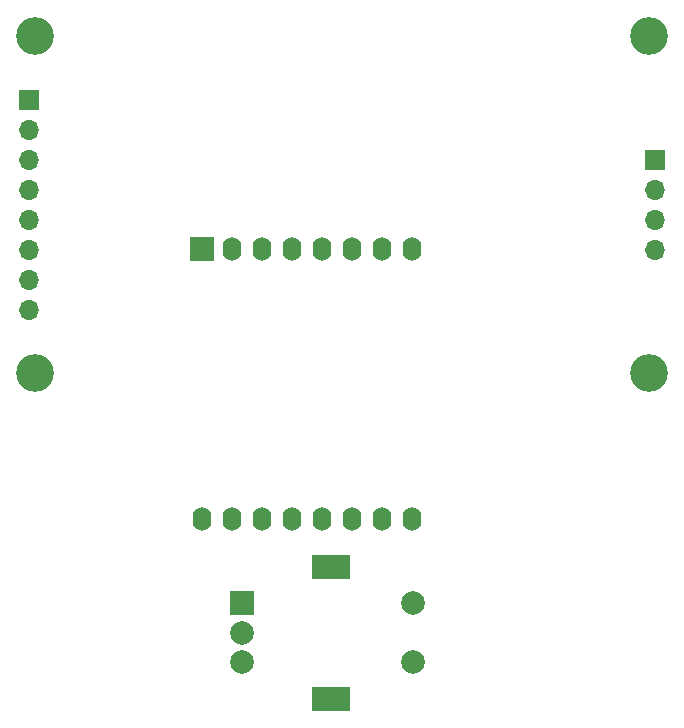
<source format=gbr>
%TF.GenerationSoftware,KiCad,Pcbnew,8.0.7-8.0.7-0~ubuntu22.04.1*%
%TF.CreationDate,2024-12-11T16:36:01+08:00*%
%TF.ProjectId,SmartClock,536d6172-7443-46c6-9f63-6b2e6b696361,rev?*%
%TF.SameCoordinates,Original*%
%TF.FileFunction,Soldermask,Top*%
%TF.FilePolarity,Negative*%
%FSLAX46Y46*%
G04 Gerber Fmt 4.6, Leading zero omitted, Abs format (unit mm)*
G04 Created by KiCad (PCBNEW 8.0.7-8.0.7-0~ubuntu22.04.1) date 2024-12-11 16:36:01*
%MOMM*%
%LPD*%
G01*
G04 APERTURE LIST*
%ADD10O,1.600000X2.000000*%
%ADD11R,2.000000X2.000000*%
%ADD12C,3.200000*%
%ADD13R,1.700000X1.700000*%
%ADD14O,1.700000X1.700000*%
%ADD15C,2.000000*%
%ADD16R,3.200000X2.000000*%
G04 APERTURE END LIST*
D10*
%TO.C,U2*%
X117110000Y-103415000D03*
X119650000Y-103415000D03*
X122190000Y-103415000D03*
X124730000Y-103415000D03*
X127270000Y-103415000D03*
X129810000Y-103415000D03*
X132350000Y-103415000D03*
X134890000Y-103415000D03*
X134890000Y-80555000D03*
X132350000Y-80555000D03*
X129810000Y-80555000D03*
X127270000Y-80555000D03*
X124730000Y-80555000D03*
X122190000Y-80555000D03*
X119650000Y-80555000D03*
D11*
X117110000Y-80555000D03*
%TD*%
D12*
%TO.C,U1*%
X102990000Y-62500000D03*
X102990000Y-91000000D03*
X154990000Y-62500000D03*
X154990000Y-91000000D03*
D13*
X102490000Y-67860000D03*
D14*
X102490000Y-70400000D03*
X102490000Y-72940000D03*
X102490000Y-75480000D03*
X102490000Y-78020000D03*
X102490000Y-80560000D03*
X102490000Y-83100000D03*
X102490000Y-85640000D03*
D13*
X155490000Y-72940000D03*
D14*
X155490000Y-75480000D03*
X155490000Y-78020000D03*
X155490000Y-80560000D03*
%TD*%
D11*
%TO.C,SW1*%
X120500000Y-110500000D03*
D15*
X120500000Y-115500000D03*
X120500000Y-113000000D03*
D16*
X128000000Y-107400000D03*
X128000000Y-118600000D03*
D15*
X135000000Y-115500000D03*
X135000000Y-110500000D03*
%TD*%
M02*

</source>
